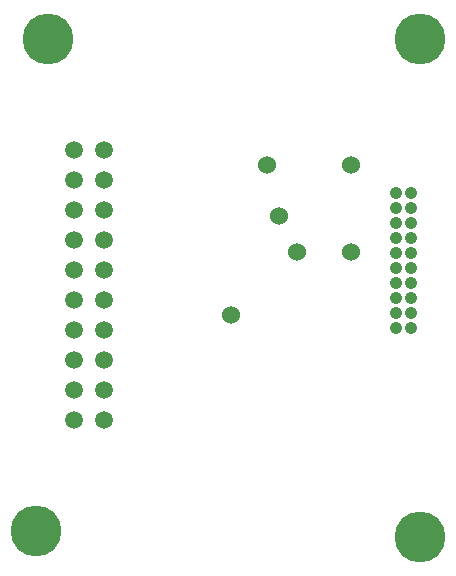
<source format=gbr>
%TF.GenerationSoftware,KiCad,Pcbnew,6.0.0*%
%TF.CreationDate,2022-01-07T11:19:12-07:00*%
%TF.ProjectId,A0004-SWD-Adapter,41303030-342d-4535-9744-2d4164617074,rev?*%
%TF.SameCoordinates,Original*%
%TF.FileFunction,Soldermask,Top*%
%TF.FilePolarity,Negative*%
%FSLAX46Y46*%
G04 Gerber Fmt 4.6, Leading zero omitted, Abs format (unit mm)*
G04 Created by KiCad (PCBNEW 6.0.0) date 2022-01-07 11:19:12*
%MOMM*%
%LPD*%
G01*
G04 APERTURE LIST*
%ADD10C,1.498600*%
%ADD11C,4.300000*%
%ADD12C,1.066800*%
%ADD13C,1.524000*%
G04 APERTURE END LIST*
D10*
%TO.C,P1*%
X124123450Y-112059999D03*
X121583450Y-112059999D03*
X124123450Y-109519999D03*
X121583450Y-109519999D03*
X124123450Y-106979999D03*
X121583450Y-106979999D03*
X124123450Y-104439999D03*
X121583450Y-104439999D03*
X124123450Y-101899999D03*
X121583450Y-101899999D03*
X124123450Y-99359999D03*
X121583450Y-99359999D03*
X124123450Y-96819999D03*
X121583450Y-96819999D03*
X124123450Y-94279999D03*
X121583450Y-94279999D03*
X124123450Y-91739999D03*
X121583450Y-91739999D03*
X124123450Y-89199999D03*
X121583450Y-89199999D03*
%TD*%
D11*
%TO.C,H1*%
X150876000Y-79756000D03*
%TD*%
D12*
%TO.C,P2*%
X148832950Y-92837000D03*
X150102950Y-92837000D03*
X148832950Y-94107000D03*
X150102950Y-94107000D03*
X148832950Y-95377000D03*
X150102950Y-95377000D03*
X148832950Y-96647000D03*
X150102950Y-96647000D03*
X148832950Y-97917000D03*
X150102950Y-97917000D03*
X148832950Y-99187000D03*
X150102950Y-99187000D03*
X148832950Y-100457000D03*
X150102950Y-100457000D03*
X148832950Y-101727000D03*
X150102950Y-101727000D03*
X148832950Y-102997000D03*
X150102950Y-102997000D03*
X148832950Y-104267000D03*
X150102950Y-104267000D03*
%TD*%
D13*
%TO.C,TP1*%
X137922000Y-90424000D03*
%TD*%
%TO.C,TP5*%
X145034000Y-97790000D03*
%TD*%
D11*
%TO.C,H4*%
X118364000Y-121412000D03*
%TD*%
%TO.C,H3*%
X119380000Y-79756000D03*
%TD*%
D13*
%TO.C,TP3*%
X145034000Y-90424000D03*
%TD*%
%TO.C,TP6*%
X134874000Y-103124000D03*
%TD*%
D11*
%TO.C,H2*%
X150876000Y-121920000D03*
%TD*%
D13*
%TO.C,TP4*%
X140462000Y-97790000D03*
%TD*%
%TO.C,TP7*%
X138938000Y-94742000D03*
%TD*%
M02*

</source>
